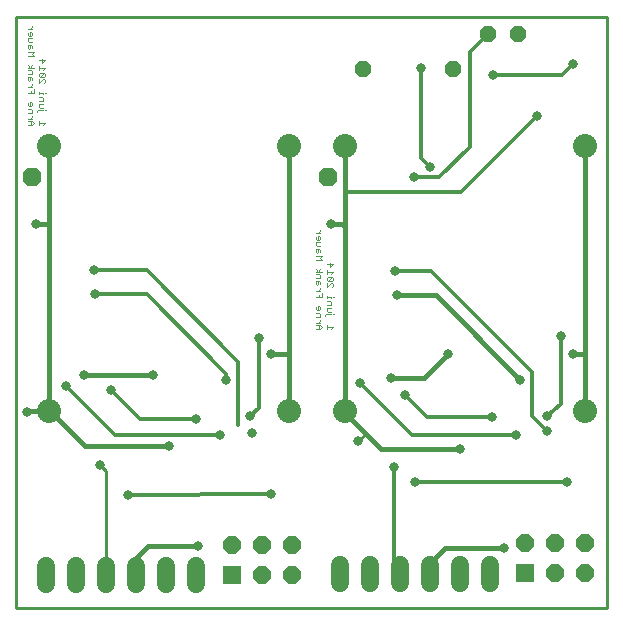
<source format=gbl>
G75*
G70*
%OFA0B0*%
%FSLAX24Y24*%
%IPPOS*%
%LPD*%
%AMOC8*
5,1,8,0,0,1.08239X$1,22.5*
%
%ADD10C,0.0100*%
%ADD11C,0.0040*%
%ADD12C,0.0600*%
%ADD13OC8,0.0630*%
%ADD14R,0.0600X0.0600*%
%ADD15OC8,0.0600*%
%ADD16C,0.0800*%
%ADD17OC8,0.0520*%
%ADD18C,0.0320*%
%ADD19C,0.0160*%
%ADD20C,0.0120*%
D10*
X001167Y001356D02*
X001167Y021031D01*
X020842Y021031D01*
X020842Y021056D01*
X020842Y021031D02*
X020842Y001356D01*
X001167Y001356D01*
X004148Y002444D02*
X004148Y005899D01*
X003945Y006102D01*
X012567Y006906D02*
X012817Y007156D01*
D11*
X011660Y010636D02*
X011727Y010703D01*
X011527Y010703D01*
X011527Y010769D02*
X011527Y010636D01*
X011367Y010703D02*
X011300Y010769D01*
X011167Y010769D01*
X011167Y010857D02*
X011300Y010857D01*
X011233Y010857D02*
X011300Y010924D01*
X011300Y010957D01*
X011300Y011041D02*
X011300Y011141D01*
X011267Y011174D01*
X011167Y011174D01*
X011200Y011262D02*
X011267Y011262D01*
X011300Y011295D01*
X011300Y011362D01*
X011267Y011395D01*
X011233Y011395D01*
X011233Y011262D01*
X011200Y011262D02*
X011167Y011295D01*
X011167Y011362D01*
X011167Y011704D02*
X011367Y011704D01*
X011367Y011837D01*
X011300Y011925D02*
X011167Y011925D01*
X011233Y011925D02*
X011300Y011992D01*
X011300Y012025D01*
X011300Y012142D02*
X011300Y012209D01*
X011267Y012243D01*
X011167Y012243D01*
X011167Y012142D01*
X011200Y012109D01*
X011233Y012142D01*
X011233Y012243D01*
X011167Y012330D02*
X011300Y012330D01*
X011300Y012430D01*
X011267Y012464D01*
X011167Y012464D01*
X011167Y012551D02*
X011367Y012551D01*
X011300Y012651D02*
X011233Y012551D01*
X011167Y012651D01*
X011167Y012956D02*
X011367Y012956D01*
X011300Y013023D01*
X011367Y013090D01*
X011167Y013090D01*
X011200Y013177D02*
X011233Y013211D01*
X011233Y013311D01*
X011267Y013311D02*
X011167Y013311D01*
X011167Y013211D01*
X011200Y013177D01*
X011300Y013211D02*
X011300Y013277D01*
X011267Y013311D01*
X011300Y013398D02*
X011200Y013398D01*
X011167Y013432D01*
X011167Y013532D01*
X011300Y013532D01*
X011267Y013619D02*
X011300Y013653D01*
X011300Y013719D01*
X011267Y013753D01*
X011233Y013753D01*
X011233Y013619D01*
X011200Y013619D02*
X011267Y013619D01*
X011200Y013619D02*
X011167Y013653D01*
X011167Y013719D01*
X011167Y013840D02*
X011300Y013840D01*
X011233Y013840D02*
X011300Y013907D01*
X011300Y013940D01*
X011627Y012832D02*
X011627Y012698D01*
X011727Y012798D01*
X011527Y012798D01*
X011527Y012611D02*
X011527Y012477D01*
X011527Y012544D02*
X011727Y012544D01*
X011660Y012477D01*
X011693Y012390D02*
X011560Y012256D01*
X011527Y012290D01*
X011527Y012357D01*
X011560Y012390D01*
X011693Y012390D01*
X011727Y012357D01*
X011727Y012290D01*
X011693Y012256D01*
X011560Y012256D01*
X011527Y012169D02*
X011527Y012035D01*
X011660Y012169D01*
X011693Y012169D01*
X011727Y012136D01*
X011727Y012069D01*
X011693Y012035D01*
X011660Y011700D02*
X011527Y011700D01*
X011527Y011667D02*
X011527Y011734D01*
X011660Y011700D02*
X011660Y011667D01*
X011727Y011700D02*
X011760Y011700D01*
X011627Y011580D02*
X011527Y011580D01*
X011627Y011580D02*
X011660Y011546D01*
X011660Y011446D01*
X011527Y011446D01*
X011527Y011359D02*
X011660Y011359D01*
X011527Y011359D02*
X011527Y011259D01*
X011560Y011225D01*
X011660Y011225D01*
X011660Y011145D02*
X011493Y011145D01*
X011460Y011111D01*
X011460Y011078D01*
X011300Y011041D02*
X011167Y011041D01*
X011267Y010769D02*
X011267Y010636D01*
X011300Y010636D02*
X011367Y010703D01*
X011300Y010636D02*
X011167Y010636D01*
X011727Y011145D02*
X011760Y011145D01*
X011267Y011704D02*
X011267Y011771D01*
X002107Y017503D02*
X001907Y017503D01*
X001907Y017569D02*
X001907Y017436D01*
X002040Y017436D02*
X002107Y017503D01*
X001747Y017503D02*
X001680Y017569D01*
X001547Y017569D01*
X001547Y017657D02*
X001680Y017657D01*
X001680Y017724D02*
X001680Y017757D01*
X001680Y017724D02*
X001613Y017657D01*
X001647Y017569D02*
X001647Y017436D01*
X001680Y017436D02*
X001747Y017503D01*
X001680Y017436D02*
X001547Y017436D01*
X001547Y017841D02*
X001680Y017841D01*
X001680Y017941D01*
X001647Y017974D01*
X001547Y017974D01*
X001580Y018062D02*
X001647Y018062D01*
X001680Y018095D01*
X001680Y018162D01*
X001647Y018195D01*
X001613Y018195D01*
X001613Y018062D01*
X001580Y018062D02*
X001547Y018095D01*
X001547Y018162D01*
X001547Y018504D02*
X001747Y018504D01*
X001747Y018637D01*
X001680Y018725D02*
X001547Y018725D01*
X001613Y018725D02*
X001680Y018792D01*
X001680Y018825D01*
X001680Y018942D02*
X001680Y019009D01*
X001647Y019043D01*
X001547Y019043D01*
X001547Y018942D01*
X001580Y018909D01*
X001613Y018942D01*
X001613Y019043D01*
X001547Y019130D02*
X001680Y019130D01*
X001680Y019230D01*
X001647Y019264D01*
X001547Y019264D01*
X001547Y019351D02*
X001747Y019351D01*
X001680Y019451D02*
X001613Y019351D01*
X001547Y019451D01*
X001547Y019756D02*
X001747Y019756D01*
X001680Y019823D01*
X001747Y019890D01*
X001547Y019890D01*
X001580Y019977D02*
X001613Y020011D01*
X001613Y020111D01*
X001647Y020111D02*
X001547Y020111D01*
X001547Y020011D01*
X001580Y019977D01*
X001680Y020011D02*
X001680Y020077D01*
X001647Y020111D01*
X001680Y020198D02*
X001580Y020198D01*
X001547Y020232D01*
X001547Y020332D01*
X001680Y020332D01*
X001647Y020419D02*
X001680Y020453D01*
X001680Y020519D01*
X001647Y020553D01*
X001613Y020553D01*
X001613Y020419D01*
X001580Y020419D02*
X001647Y020419D01*
X001580Y020419D02*
X001547Y020453D01*
X001547Y020519D01*
X001547Y020640D02*
X001680Y020640D01*
X001613Y020640D02*
X001680Y020707D01*
X001680Y020740D01*
X002007Y019632D02*
X002007Y019498D01*
X002107Y019598D01*
X001907Y019598D01*
X001907Y019411D02*
X001907Y019277D01*
X001907Y019344D02*
X002107Y019344D01*
X002040Y019277D01*
X002073Y019190D02*
X001940Y019056D01*
X001907Y019090D01*
X001907Y019157D01*
X001940Y019190D01*
X002073Y019190D01*
X002107Y019157D01*
X002107Y019090D01*
X002073Y019056D01*
X001940Y019056D01*
X001907Y018969D02*
X001907Y018835D01*
X002040Y018969D01*
X002073Y018969D01*
X002107Y018936D01*
X002107Y018869D01*
X002073Y018835D01*
X001907Y018534D02*
X001907Y018467D01*
X001907Y018500D02*
X002040Y018500D01*
X002040Y018467D01*
X002107Y018500D02*
X002140Y018500D01*
X002007Y018380D02*
X001907Y018380D01*
X002007Y018380D02*
X002040Y018346D01*
X002040Y018246D01*
X001907Y018246D01*
X001907Y018159D02*
X002040Y018159D01*
X001907Y018159D02*
X001907Y018059D01*
X001940Y018025D01*
X002040Y018025D01*
X002040Y017945D02*
X001873Y017945D01*
X001840Y017911D01*
X001840Y017878D01*
X002107Y017945D02*
X002140Y017945D01*
X001647Y018504D02*
X001647Y018571D01*
D12*
X002148Y002744D02*
X002148Y002144D01*
X003148Y002144D02*
X003148Y002744D01*
X004148Y002744D02*
X004148Y002144D01*
X005148Y002144D02*
X005148Y002744D01*
X006148Y002744D02*
X006148Y002144D01*
X007148Y002144D02*
X007148Y002744D01*
X011967Y002767D02*
X011967Y002167D01*
X012967Y002167D02*
X012967Y002767D01*
X013967Y002767D02*
X013967Y002167D01*
X014967Y002167D02*
X014967Y002767D01*
X015967Y002767D02*
X015967Y002167D01*
X016967Y002167D02*
X016967Y002767D01*
D13*
X011567Y015706D03*
X001676Y015727D03*
D14*
X008355Y002450D03*
X018135Y002496D03*
D15*
X018135Y003496D03*
X019135Y003496D03*
X020135Y003496D03*
X020135Y002496D03*
X019135Y002496D03*
X010355Y002450D03*
X010355Y003450D03*
X009355Y003450D03*
X009355Y002450D03*
X008355Y003450D03*
D16*
X010267Y007906D03*
X012117Y007906D03*
X020117Y007906D03*
X020117Y016756D03*
X012117Y016756D03*
X010267Y016756D03*
X002267Y016756D03*
X002267Y007906D03*
D17*
X012727Y019296D03*
X015727Y019296D03*
X016887Y020466D03*
X017887Y020466D03*
D18*
X017067Y019116D03*
X018507Y017736D03*
X019707Y019476D03*
X014967Y016056D03*
X014427Y015696D03*
X011667Y014156D03*
X013804Y012568D03*
X013842Y011781D03*
X015567Y009806D03*
X014117Y008456D03*
X013667Y009006D03*
X012617Y008856D03*
X012567Y006906D03*
X013767Y006036D03*
X014443Y005532D03*
X015967Y006656D03*
X017017Y007706D03*
X017817Y007106D03*
X018857Y007256D03*
X018857Y007737D03*
X017967Y008956D03*
X019316Y010405D03*
X019717Y009806D03*
X019527Y005552D03*
X017427Y003336D03*
X009663Y005132D03*
X009030Y007169D03*
X008966Y007735D03*
X007947Y007106D03*
X007167Y007656D03*
X006267Y006756D03*
X004877Y005112D03*
X003945Y006102D03*
X001537Y007876D03*
X002817Y008756D03*
X003427Y009096D03*
X004337Y008606D03*
X005727Y009096D03*
X008167Y008956D03*
X009657Y009826D03*
X009247Y010337D03*
X003775Y011815D03*
X003763Y012602D03*
X001807Y014156D03*
X007227Y003396D03*
X014667Y019356D03*
D19*
X012117Y016756D02*
X012117Y015216D01*
X012117Y014056D01*
X012017Y014156D01*
X011667Y014156D01*
X012117Y014056D02*
X012117Y007906D01*
X012117Y007856D01*
X012817Y007156D01*
X013317Y006656D01*
X015967Y006656D01*
X014767Y009006D02*
X013667Y009006D01*
X014767Y009006D02*
X015567Y009806D01*
X015141Y011781D02*
X013842Y011781D01*
X015141Y011781D02*
X017967Y008956D01*
X019717Y009806D02*
X020067Y009806D01*
X020117Y009856D01*
X020117Y016756D01*
X020117Y009856D02*
X020117Y007906D01*
X017427Y003336D02*
X015447Y003336D01*
X014967Y002856D01*
X014967Y002467D01*
X010267Y007906D02*
X010267Y009836D01*
X010257Y009826D01*
X009657Y009826D01*
X010267Y009836D02*
X010267Y016756D01*
X002267Y016756D02*
X002267Y014146D01*
X002257Y014156D01*
X001807Y014156D01*
X002267Y014146D02*
X002267Y007906D01*
X001567Y007906D01*
X001537Y007876D01*
X002297Y007926D02*
X003467Y006756D01*
X006267Y006756D01*
X005727Y009096D02*
X003427Y009096D01*
X005547Y003396D02*
X007227Y003396D01*
X005547Y003396D02*
X005148Y002997D01*
X005148Y002444D01*
D20*
X004877Y005112D02*
X009663Y005132D01*
X007947Y007106D02*
X004467Y007106D01*
X002817Y008756D01*
X004337Y008606D02*
X005287Y007656D01*
X007167Y007656D01*
X008567Y007433D02*
X008567Y009556D01*
X005521Y012602D01*
X003763Y012602D01*
X003775Y011815D02*
X005508Y011815D01*
X008167Y009156D01*
X008167Y008956D01*
X009247Y008017D02*
X008966Y007735D01*
X009247Y008017D02*
X009247Y010337D01*
X012617Y008856D02*
X014367Y007106D01*
X017817Y007106D01*
X018367Y007746D02*
X018857Y007256D01*
X018857Y007737D02*
X019316Y008136D01*
X019316Y010405D01*
X018367Y009206D02*
X018367Y007746D01*
X017017Y007706D02*
X014867Y007706D01*
X014117Y008456D01*
X013767Y006036D02*
X013767Y002667D01*
X013967Y002467D01*
X014443Y005532D02*
X014463Y005552D01*
X019527Y005552D01*
X018367Y009206D02*
X015004Y012568D01*
X013804Y012568D01*
X012117Y015216D02*
X015987Y015216D01*
X018507Y017736D01*
X019347Y019116D02*
X017067Y019116D01*
X016287Y019866D02*
X016887Y020466D01*
X016287Y019866D02*
X016287Y016716D01*
X015267Y015696D01*
X014427Y015696D01*
X014967Y016056D02*
X014667Y016356D01*
X014667Y019356D01*
X019347Y019116D02*
X019707Y019476D01*
M02*

</source>
